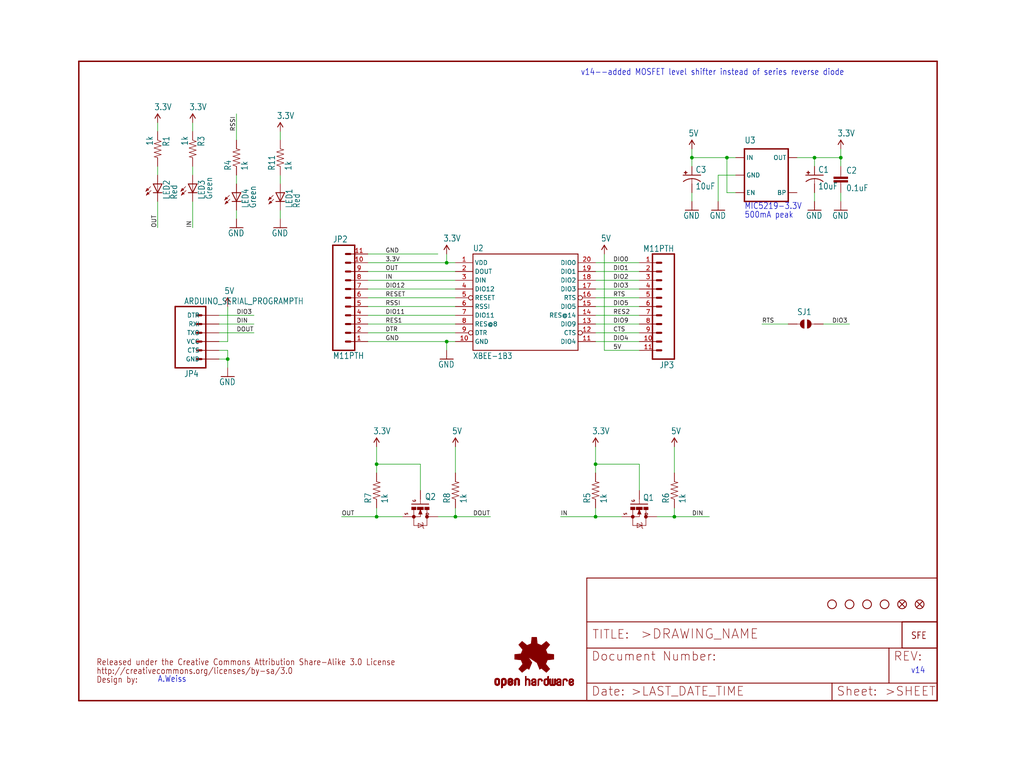
<source format=kicad_sch>
(kicad_sch (version 20211123) (generator eeschema)
  (paper "User" 297.002 223.926)
  (lib_symbols
    (symbol "schematicEagle-eagle-import:3.3V" (power)
      (property "Value" "3.3V" (at -1.016 3.556 0))
      (symbol "3.3V_1_0"
        (pin power_in line (at 0 0 90) (length 2.54) (name "3.3V") (number "1"))
      )
    )
    (symbol "schematicEagle-eagle-import:5V" (power)
      (property "Value" "5V" (at -1.016 3.556 0))
      (symbol "5V_1_0"
        (pin power_in line (at 0 0 90) (length 2.54) (name "5V") (number "1"))
      )
    )
    (symbol "schematicEagle-eagle-import:ARDUINO_SERIAL_PROGRAMPTH"
      (property "Reference" "JP" (at -5.08 10.922 0))
      (property "Value" "ARDUINO_SERIAL_PROGRAMPTH" (at -5.08 -10.16 0))
      (symbol "ARDUINO_SERIAL_PROGRAMPTH_1_0"
        (pin passive line (at 5.08 -5.08 180) (length 5.08) (name "DTR") (number "1"))
        (pin passive line (at 5.08 -2.54 180) (length 5.08) (name "RXI") (number "2"))
        (pin passive line (at 5.08 0 180) (length 5.08) (name "TXO") (number "3"))
        (pin passive line (at 5.08 2.54 180) (length 5.08) (name "VCC") (number "4"))
        (pin passive line (at 5.08 5.08 180) (length 5.08) (name "CTS") (number "5"))
        (pin passive line (at 5.08 7.62 180) (length 5.08) (name "GND") (number "6"))
      )
    )
    (symbol "schematicEagle-eagle-import:CAP0402-CAP"
      (property "Reference" "C" (at 1.524 2.921 0))
      (property "Value" "CAP0402-CAP" (at 1.524 -2.159 0))
      (symbol "CAP0402-CAP_1_0"
        (pin passive line (at 0 5.08 270) (length 2.54) (name "1") (number "1"))
        (pin passive line (at 0 -2.54 90) (length 2.54) (name "2") (number "2"))
      )
    )
    (symbol "schematicEagle-eagle-import:CAP_POL1206"
      (property "Reference" "C" (at 1.016 0.635 0))
      (property "Value" "CAP_POL1206" (at 1.016 -4.191 0))
      (symbol "CAP_POL1206_1_0"
        (pin passive line (at 0 2.54 270) (length 2.54) (name "+") (number "A"))
        (pin passive line (at 0 -5.08 90) (length 2.54) (name "-") (number "C"))
      )
    )
    (symbol "schematicEagle-eagle-import:CREATIVE_COMMONS"
      (symbol "CREATIVE_COMMONS_1_0"
        (text "Design by:" (at 0 0 0) (effects (font (size 1.778 1.5113)) (justify left bottom)))
        (text "http://creativecommons.org/licenses/by-sa/3.0" (at 0 2.54 0) (effects (font (size 1.778 1.5113)) (justify left bottom)))
        (text "Released under the Creative Commons Attribution Share-Alike 3.0 License" (at 0 5.08 0) (effects (font (size 1.778 1.5113)) (justify left bottom)))
      )
    )
    (symbol "schematicEagle-eagle-import:FIDUCIAL1X2")
    (symbol "schematicEagle-eagle-import:FRAME-LETTER"
      (symbol "FRAME-LETTER_2_0"
        (text ">DRAWING_NAME" (at 15.494 17.78 0) (effects (font (size 2.7432 2.7432)) (justify left bottom)))
        (text ">LAST_DATE_TIME" (at 12.7 1.27 0) (effects (font (size 2.54 2.54)) (justify left bottom)))
        (text ">SHEET" (at 86.36 1.27 0) (effects (font (size 2.54 2.54)) (justify left bottom)))
        (text "Date:" (at 1.27 1.27 0) (effects (font (size 2.54 2.54)) (justify left bottom)))
        (text "Document Number:" (at 1.27 11.43 0) (effects (font (size 2.54 2.54)) (justify left bottom)))
        (text "REV:" (at 88.9 11.43 0) (effects (font (size 2.54 2.54)) (justify left bottom)))
        (text "Sheet:" (at 72.39 1.27 0) (effects (font (size 2.54 2.54)) (justify left bottom)))
        (text "TITLE:" (at 1.524 17.78 0) (effects (font (size 2.54 2.54)) (justify left bottom)))
      )
    )
    (symbol "schematicEagle-eagle-import:GND" (power)
      (property "Value" "GND" (at -2.54 -2.54 0))
      (symbol "GND_1_0"
        (pin power_in line (at 0 2.54 270) (length 2.54) (name "GND") (number "1"))
      )
    )
    (symbol "schematicEagle-eagle-import:LED0603"
      (property "Reference" "LED" (at 3.556 -4.572 90))
      (property "Value" "LED0603" (at 5.715 -4.572 90))
      (symbol "LED0603_1_0"
        (pin passive line (at 0 2.54 270) (length 2.54) (name "A") (number "A"))
        (pin passive line (at 0 -5.08 90) (length 2.54) (name "C") (number "C"))
      )
    )
    (symbol "schematicEagle-eagle-import:LOGO-SFENEW"
      (symbol "LOGO-SFENEW_1_0"
        (text "SFE" (at 0 0 0) (effects (font (size 1.9304 1.6408)) (justify left bottom)))
      )
    )
    (symbol "schematicEagle-eagle-import:LOGO-SFESK"
      (symbol "LOGO-SFESK_1_0"
        (text "SFE" (at 0 0 0) (effects (font (size 1.9304 1.6408)) (justify left bottom)))
      )
    )
    (symbol "schematicEagle-eagle-import:M11PTH"
      (property "Reference" "JP" (at 0 16.002 0))
      (property "Value" "M11PTH" (at 0 -17.78 0))
      (symbol "M11PTH_1_0"
        (pin passive line (at 10.16 -12.7 180) (length 5.08) (name "1") (number "1"))
        (pin passive line (at 10.16 10.16 180) (length 5.08) (name "10") (number "10"))
        (pin passive line (at 10.16 12.7 180) (length 5.08) (name "11") (number "11"))
        (pin passive line (at 10.16 -10.16 180) (length 5.08) (name "2") (number "2"))
        (pin passive line (at 10.16 -7.62 180) (length 5.08) (name "3") (number "3"))
        (pin passive line (at 10.16 -5.08 180) (length 5.08) (name "4") (number "4"))
        (pin passive line (at 10.16 -2.54 180) (length 5.08) (name "5") (number "5"))
        (pin passive line (at 10.16 0 180) (length 5.08) (name "6") (number "6"))
        (pin passive line (at 10.16 2.54 180) (length 5.08) (name "7") (number "7"))
        (pin passive line (at 10.16 5.08 180) (length 5.08) (name "8") (number "8"))
        (pin passive line (at 10.16 7.62 180) (length 5.08) (name "9") (number "9"))
      )
    )
    (symbol "schematicEagle-eagle-import:MOSFET-NCHANNELSMD"
      (property "Reference" "Q" (at 5.08 2.54 0))
      (property "Value" "MOSFET-NCHANNELSMD" (at 5.08 0 0))
      (symbol "MOSFET-NCHANNELSMD_1_0"
        (text "D" (at -1.27 2.54 0) (effects (font (size 0.8128 0.6908)) (justify left bottom)))
        (text "G" (at -5.08 -1.27 0) (effects (font (size 0.8128 0.6908)) (justify left bottom)))
        (text "S" (at -1.27 -3.556 0) (effects (font (size 0.8128 0.6908)) (justify left bottom)))
        (pin passive line (at -7.62 0 0) (length 2.54) (name "G") (number "1"))
        (pin passive line (at 0 -5.08 90) (length 2.54) (name "S") (number "2"))
        (pin passive line (at 0 5.08 270) (length 2.54) (name "D") (number "3"))
      )
    )
    (symbol "schematicEagle-eagle-import:OSHW-LOGOS")
    (symbol "schematicEagle-eagle-import:RESISTOR0402-RES"
      (property "Reference" "R" (at -3.81 1.4986 0))
      (property "Value" "RESISTOR0402-RES" (at -3.81 -3.302 0))
      (symbol "RESISTOR0402-RES_1_0"
        (pin passive line (at -5.08 0 0) (length 2.54) (name "1") (number "1"))
        (pin passive line (at 5.08 0 180) (length 2.54) (name "2") (number "2"))
      )
    )
    (symbol "schematicEagle-eagle-import:SOLDERJUMPERNO"
      (property "Reference" "SJ" (at -2.54 2.54 0))
      (symbol "SOLDERJUMPERNO_1_0"
        (pin passive line (at -5.08 0 0) (length 2.54) (name "1") (number "1"))
        (pin passive line (at 5.08 0 180) (length 2.54) (name "2") (number "2"))
      )
    )
    (symbol "schematicEagle-eagle-import:STAND-OFF")
    (symbol "schematicEagle-eagle-import:V_REG_LDOSMD"
      (property "Value" "V_REG_LDOSMD" (at -7.62 -11.43 0))
      (symbol "V_REG_LDOSMD_1_0"
        (pin input line (at -10.16 5.08 0) (length 2.54) (name "IN") (number "1"))
        (pin input line (at -10.16 0 0) (length 2.54) (name "GND") (number "2"))
        (pin input line (at -10.16 -5.08 0) (length 2.54) (name "EN") (number "3"))
        (pin input line (at 7.62 -5.08 180) (length 2.54) (name "BP") (number "4"))
        (pin passive line (at 7.62 5.08 180) (length 2.54) (name "OUT") (number "5"))
      )
    )
    (symbol "schematicEagle-eagle-import:XBEE-1B3"
      (property "Value" "XBEE-1B3" (at -15.24 -17.78 0))
      (symbol "XBEE-1B3_1_0"
        (pin power_in line (at -20.32 10.16 0) (length 5.08) (name "VDD") (number "1"))
        (pin power_in line (at -20.32 -12.7 0) (length 5.08) (name "GND") (number "10"))
        (pin bidirectional line (at 20.32 -12.7 180) (length 5.08) (name "DIO4") (number "11"))
        (pin output inverted (at 20.32 -10.16 180) (length 5.08) (name "CTS") (number "12"))
        (pin bidirectional line (at 20.32 -7.62 180) (length 5.08) (name "DIO9") (number "13"))
        (pin bidirectional line (at 20.32 -5.08 180) (length 5.08) (name "RES@14") (number "14"))
        (pin bidirectional line (at 20.32 -2.54 180) (length 5.08) (name "DIO5") (number "15"))
        (pin input inverted (at 20.32 0 180) (length 5.08) (name "RTS") (number "16"))
        (pin bidirectional line (at 20.32 2.54 180) (length 5.08) (name "DIO3") (number "17"))
        (pin bidirectional line (at 20.32 5.08 180) (length 5.08) (name "DIO2") (number "18"))
        (pin bidirectional line (at 20.32 7.62 180) (length 5.08) (name "DIO1") (number "19"))
        (pin output line (at -20.32 7.62 0) (length 5.08) (name "DOUT") (number "2"))
        (pin bidirectional line (at 20.32 10.16 180) (length 5.08) (name "DIO0") (number "20"))
        (pin input line (at -20.32 5.08 0) (length 5.08) (name "DIN") (number "3"))
        (pin bidirectional line (at -20.32 2.54 0) (length 5.08) (name "DIO12") (number "4"))
        (pin input inverted (at -20.32 0 0) (length 5.08) (name "RESET") (number "5"))
        (pin bidirectional line (at -20.32 -2.54 0) (length 5.08) (name "RSSI") (number "6"))
        (pin bidirectional line (at -20.32 -5.08 0) (length 5.08) (name "DIO11") (number "7"))
        (pin bidirectional line (at -20.32 -7.62 0) (length 5.08) (name "RES@8") (number "8"))
        (pin bidirectional inverted (at -20.32 -10.16 0) (length 5.08) (name "DTR") (number "9"))
      )
    )
  )
  (junction (at 172.72 149.86))
  (junction (at 109.22 134.62))
  (junction (at 66.04 104.14))
  (junction (at 236.22 45.72))
  (junction (at 210.82 45.72))
  (junction (at 243.84 45.72))
  (junction (at 129.54 76.2))
  (junction (at 195.58 149.86))
  (junction (at 129.54 99.06))
  (junction (at 172.72 134.62))
  (junction (at 132.08 149.86))
  (junction (at 200.66 45.72))
  (junction (at 109.22 149.86))
  (wire (pts (xy 129.54 76.2) (xy 106.68 76.2)))
  (wire (pts (xy 185.42 83.82) (xy 172.72 83.82)))
  (wire (pts (xy 175.26 101.6) (xy 175.26 73.66)))
  (wire (pts (xy 185.42 99.06) (xy 172.72 99.06)))
  (wire (pts (xy 132.08 86.36) (xy 106.68 86.36)))
  (wire (pts (xy 132.08 76.2) (xy 129.54 76.2)))
  (wire (pts (xy 132.08 93.98) (xy 106.68 93.98)))
  (wire (pts (xy 236.22 48.26) (xy 236.22 45.72)))
  (wire (pts (xy 132.08 83.82) (xy 106.68 83.82)))
  (wire (pts (xy 243.84 48.26) (xy 243.84 45.72)))
  (wire (pts (xy 210.82 55.88) (xy 210.82 45.72)))
  (wire (pts (xy 185.42 134.62) (xy 185.42 142.24)))
  (wire (pts (xy 185.42 76.2) (xy 172.72 76.2)))
  (wire (pts (xy 109.22 129.54) (xy 109.22 134.62)))
  (wire (pts (xy 185.42 86.36) (xy 172.72 86.36)))
  (wire (pts (xy 210.82 45.72) (xy 200.66 45.72)))
  (wire (pts (xy 127 149.86) (xy 132.08 149.86)))
  (wire (pts (xy 185.42 93.98) (xy 172.72 93.98)))
  (wire (pts (xy 195.58 137.16) (xy 195.58 129.54)))
  (wire (pts (xy 63.5 99.06) (xy 66.04 99.06)))
  (wire (pts (xy 132.08 88.9) (xy 106.68 88.9)))
  (wire (pts (xy 236.22 45.72) (xy 243.84 45.72)))
  (wire (pts (xy 66.04 106.68) (xy 66.04 104.14)))
  (wire (pts (xy 213.36 45.72) (xy 210.82 45.72)))
  (wire (pts (xy 172.72 147.32) (xy 172.72 149.86)))
  (wire (pts (xy 81.28 38.1) (xy 81.28 40.64)))
  (wire (pts (xy 109.22 134.62) (xy 109.22 137.16)))
  (wire (pts (xy 68.58 50.8) (xy 68.58 53.34)))
  (wire (pts (xy 55.88 48.26) (xy 55.88 50.8)))
  (wire (pts (xy 129.54 99.06) (xy 106.68 99.06)))
  (wire (pts (xy 63.5 91.44) (xy 73.66 91.44)))
  (wire (pts (xy 228.6 93.98) (xy 220.98 93.98)))
  (wire (pts (xy 195.58 147.32) (xy 195.58 149.86)))
  (wire (pts (xy 68.58 40.64) (xy 68.58 33.02)))
  (wire (pts (xy 129.54 99.06) (xy 129.54 101.6)))
  (wire (pts (xy 63.5 101.6) (xy 66.04 101.6)))
  (wire (pts (xy 109.22 147.32) (xy 109.22 149.86)))
  (wire (pts (xy 185.42 88.9) (xy 172.72 88.9)))
  (wire (pts (xy 172.72 134.62) (xy 172.72 137.16)))
  (wire (pts (xy 185.42 96.52) (xy 172.72 96.52)))
  (wire (pts (xy 45.72 48.26) (xy 45.72 50.8)))
  (wire (pts (xy 172.72 129.54) (xy 172.72 134.62)))
  (wire (pts (xy 63.5 93.98) (xy 73.66 93.98)))
  (wire (pts (xy 200.66 45.72) (xy 200.66 43.18)))
  (wire (pts (xy 180.34 149.86) (xy 172.72 149.86)))
  (wire (pts (xy 55.88 58.42) (xy 55.88 66.04)))
  (wire (pts (xy 45.72 58.42) (xy 45.72 66.04)))
  (wire (pts (xy 132.08 137.16) (xy 132.08 129.54)))
  (wire (pts (xy 55.88 38.1) (xy 55.88 35.56)))
  (wire (pts (xy 213.36 55.88) (xy 210.82 55.88)))
  (wire (pts (xy 208.28 50.8) (xy 208.28 58.42)))
  (wire (pts (xy 213.36 50.8) (xy 208.28 50.8)))
  (wire (pts (xy 172.72 149.86) (xy 162.56 149.86)))
  (wire (pts (xy 63.5 96.52) (xy 73.66 96.52)))
  (wire (pts (xy 243.84 45.72) (xy 243.84 43.18)))
  (wire (pts (xy 132.08 91.44) (xy 106.68 91.44)))
  (wire (pts (xy 238.76 93.98) (xy 246.38 93.98)))
  (wire (pts (xy 106.68 81.28) (xy 132.08 81.28)))
  (wire (pts (xy 195.58 149.86) (xy 205.74 149.86)))
  (wire (pts (xy 68.58 60.96) (xy 68.58 63.5)))
  (wire (pts (xy 99.06 149.86) (xy 109.22 149.86)))
  (wire (pts (xy 132.08 147.32) (xy 132.08 149.86)))
  (wire (pts (xy 132.08 96.52) (xy 106.68 96.52)))
  (wire (pts (xy 109.22 149.86) (xy 116.84 149.86)))
  (wire (pts (xy 63.5 104.14) (xy 66.04 104.14)))
  (wire (pts (xy 66.04 101.6) (xy 66.04 104.14)))
  (wire (pts (xy 129.54 76.2) (xy 129.54 73.66)))
  (wire (pts (xy 121.92 134.62) (xy 121.92 142.24)))
  (wire (pts (xy 243.84 58.42) (xy 243.84 55.88)))
  (wire (pts (xy 200.66 48.26) (xy 200.66 45.72)))
  (wire (pts (xy 81.28 60.96) (xy 81.28 63.5)))
  (wire (pts (xy 66.04 99.06) (xy 66.04 88.9)))
  (wire (pts (xy 132.08 99.06) (xy 129.54 99.06)))
  (wire (pts (xy 45.72 38.1) (xy 45.72 35.56)))
  (wire (pts (xy 172.72 134.62) (xy 185.42 134.62)))
  (wire (pts (xy 106.68 73.66) (xy 127 73.66)))
  (wire (pts (xy 190.5 149.86) (xy 195.58 149.86)))
  (wire (pts (xy 132.08 149.86) (xy 142.24 149.86)))
  (wire (pts (xy 185.42 101.6) (xy 175.26 101.6)))
  (wire (pts (xy 81.28 53.34) (xy 81.28 50.8)))
  (wire (pts (xy 231.14 45.72) (xy 236.22 45.72)))
  (wire (pts (xy 185.42 81.28) (xy 172.72 81.28)))
  (wire (pts (xy 132.08 78.74) (xy 106.68 78.74)))
  (wire (pts (xy 200.66 58.42) (xy 200.66 55.88)))
  (wire (pts (xy 236.22 58.42) (xy 236.22 55.88)))
  (wire (pts (xy 185.42 78.74) (xy 172.72 78.74)))
  (wire (pts (xy 185.42 91.44) (xy 172.72 91.44)))
  (wire (pts (xy 109.22 134.62) (xy 121.92 134.62)))
  (text "MIC5219-3.3V" (at 215.9 60.96 180) (effects (font (size 1.778 1.5113)) (justify left bottom)))
  (text "v14--added MOSFET level shifter instead of series reverse diode" (at 168.402 22.098 0) (effects (font (size 1.778 1.5113)) (justify left bottom)))
  (text "A.Weiss" (at 45.72 198.12 180) (effects (font (size 1.778 1.5113)) (justify left bottom)))
  (text "v14" (at 264.16 195.58 180) (effects (font (size 1.778 1.5113)) (justify left bottom)))
  (text "500mA peak" (at 215.9 63.5 180) (effects (font (size 1.778 1.5113)) (justify left bottom)))
  (label "RESET" (at 111.76 86.36 0) (effects (font (size 1.2446 1.2446))))
  (label "GND" (at 111.76 73.66 0) (effects (font (size 1.2446 1.2446))))
  (label "DIO3" (at 68.58 91.44 0) (effects (font (size 1.2446 1.2446))))
  (label "DTR" (at 111.76 96.52 0) (effects (font (size 1.2446 1.2446))))
  (label "DIO11" (at 111.76 91.44 0) (effects (font (size 1.2446 1.2446))))
  (label "RSSI" (at 111.76 88.9 0) (effects (font (size 1.2446 1.2446))))
  (label "RES1" (at 111.76 93.98 0) (effects (font (size 1.2446 1.2446))))
  (label "RSSI" (at 68.58 38.1 90) (effects (font (size 1.2446 1.2446))))
  (label "RTS" (at 177.8 86.36 0) (effects (font (size 1.2446 1.2446))))
  (label "OUT" (at 45.72 66.04 90) (effects (font (size 1.2446 1.2446))))
  (label "DIO12" (at 111.76 83.82 0) (effects (font (size 1.2446 1.2446))))
  (label "IN" (at 111.76 81.28 0) (effects (font (size 1.2446 1.2446))))
  (label "IN" (at 162.56 149.86 0) (effects (font (size 1.2446 1.2446))))
  (label "IN" (at 55.88 66.04 90) (effects (font (size 1.2446 1.2446))))
  (label "DIO2" (at 177.8 81.28 0) (effects (font (size 1.2446 1.2446))))
  (label "RES2" (at 177.8 91.44 0) (effects (font (size 1.2446 1.2446))))
  (label "RTS" (at 220.98 93.98 0) (effects (font (size 1.2446 1.2446))))
  (label "DOUT" (at 137.16 149.86 0) (effects (font (size 1.2446 1.2446))))
  (label "DIO3" (at 241.3 93.98 0) (effects (font (size 1.2446 1.2446))))
  (label "OUT" (at 111.76 78.74 0) (effects (font (size 1.2446 1.2446))))
  (label "DIO1" (at 177.8 78.74 0) (effects (font (size 1.2446 1.2446))))
  (label "DIN" (at 68.58 93.98 0) (effects (font (size 1.2446 1.2446))))
  (label "DIO5" (at 177.8 88.9 0) (effects (font (size 1.2446 1.2446))))
  (label "5V" (at 177.8 101.6 0) (effects (font (size 1.2446 1.2446))))
  (label "DIO0" (at 177.8 76.2 0) (effects (font (size 1.2446 1.2446))))
  (label "3.3V" (at 111.76 76.2 0) (effects (font (size 1.2446 1.2446))))
  (label "DIO3" (at 177.8 83.82 0) (effects (font (size 1.2446 1.2446))))
  (label "DIO4" (at 177.8 99.06 0) (effects (font (size 1.2446 1.2446))))
  (label "DIN" (at 200.66 149.86 0) (effects (font (size 1.2446 1.2446))))
  (label "CTS" (at 177.8 96.52 0) (effects (font (size 1.2446 1.2446))))
  (label "GND" (at 111.76 99.06 0) (effects (font (size 1.2446 1.2446))))
  (label "DOUT" (at 68.58 96.52 0) (effects (font (size 1.2446 1.2446))))
  (label "OUT" (at 99.06 149.86 0) (effects (font (size 1.2446 1.2446))))
  (label "DIO9" (at 177.8 93.98 0) (effects (font (size 1.2446 1.2446))))
  (symbol (lib_id "schematicEagle-eagle-import:3.3V") (at 45.72 35.56 0) (unit 1)
    (property "Reference" "#P+4" (effects hide))
    (property "Value" "3.3V" (at 44.704 32.004 0) (effects (font (size 1.778 1.5113)) (justify left bottom)))
    (property "Footprint" "schematicEagle:" (effects hide))
  )
  (symbol (lib_id "schematicEagle-eagle-import:5V") (at 66.04 88.9 0) (unit 1)
    (property "Reference" "#U$14" (effects hide))
    (property "Value" "5V" (at 65.024 85.344 0) (effects (font (size 1.778 1.5113)) (justify left bottom)))
    (property "Footprint" "schematicEagle:" (effects hide))
  )
  (symbol (lib_id "schematicEagle-eagle-import:GND") (at 236.22 60.96 0) (unit 1)
    (property "Reference" "#GND3" (effects hide))
    (property "Value" "GND" (at 233.68 63.5 0) (effects (font (size 1.778 1.5113)) (justify left bottom)))
    (property "Footprint" "schematicEagle:" (effects hide))
  )
  (symbol (lib_id "schematicEagle-eagle-import:STAND-OFF") (at 246.38 175.26 0) (unit 1)
    (property "Reference" "U$10" (effects hide))
    (property "Value" "STAND-OFF" (effects hide))
    (property "Footprint" "schematicEagle:STAND-OFF" (effects hide))
  )
  (symbol (lib_id "schematicEagle-eagle-import:CAP_POL1206") (at 200.66 50.8 0) (unit 1)
    (property "Reference" "C3" (at 201.676 50.165 0) (effects (font (size 1.778 1.5113)) (justify left bottom)))
    (property "Value" "10uF" (at 201.676 54.991 0) (effects (font (size 1.778 1.5113)) (justify left bottom)))
    (property "Footprint" "schematicEagle:EIA3216" (effects hide))
  )
  (symbol (lib_id "schematicEagle-eagle-import:GND") (at 243.84 60.96 0) (unit 1)
    (property "Reference" "#GND5" (effects hide))
    (property "Value" "GND" (at 241.3 63.5 0) (effects (font (size 1.778 1.5113)) (justify left bottom)))
    (property "Footprint" "schematicEagle:" (effects hide))
  )
  (symbol (lib_id "schematicEagle-eagle-import:3.3V") (at 55.88 35.56 0) (unit 1)
    (property "Reference" "#P+3" (effects hide))
    (property "Value" "3.3V" (at 54.864 32.004 0) (effects (font (size 1.778 1.5113)) (justify left bottom)))
    (property "Footprint" "schematicEagle:" (effects hide))
  )
  (symbol (lib_id "schematicEagle-eagle-import:5V") (at 175.26 73.66 0) (unit 1)
    (property "Reference" "#U$13" (effects hide))
    (property "Value" "5V" (at 174.244 70.104 0) (effects (font (size 1.778 1.5113)) (justify left bottom)))
    (property "Footprint" "schematicEagle:" (effects hide))
  )
  (symbol (lib_id "schematicEagle-eagle-import:STAND-OFF") (at 256.54 175.26 0) (unit 1)
    (property "Reference" "U$5" (effects hide))
    (property "Value" "STAND-OFF" (effects hide))
    (property "Footprint" "schematicEagle:STAND-OFF" (effects hide))
  )
  (symbol (lib_id "schematicEagle-eagle-import:FRAME-LETTER") (at 170.18 203.2 0) (unit 2)
    (property "Reference" "#FRAME1" (effects hide))
    (property "Value" "FRAME-LETTER" (effects hide))
    (property "Footprint" "schematicEagle:" (effects hide))
  )
  (symbol (lib_id "schematicEagle-eagle-import:FRAME-LETTER") (at 22.86 203.2 0) (unit 1)
    (property "Reference" "#FRAME1" (effects hide))
    (property "Value" "FRAME-LETTER" (effects hide))
    (property "Footprint" "schematicEagle:" (effects hide))
  )
  (symbol (lib_id "schematicEagle-eagle-import:GND") (at 129.54 104.14 0) (unit 1)
    (property "Reference" "#GND2" (effects hide))
    (property "Value" "GND" (at 127 106.68 0) (effects (font (size 1.778 1.5113)) (justify left bottom)))
    (property "Footprint" "schematicEagle:" (effects hide))
  )
  (symbol (lib_id "schematicEagle-eagle-import:RESISTOR0402-RES") (at 132.08 142.24 90) (unit 1)
    (property "Reference" "R8" (at 130.5814 146.05 0) (effects (font (size 1.778 1.5113)) (justify left bottom)))
    (property "Value" "1k" (at 135.382 146.05 0) (effects (font (size 1.778 1.5113)) (justify left bottom)))
    (property "Footprint" "schematicEagle:0402-RES" (effects hide))
  )
  (symbol (lib_id "schematicEagle-eagle-import:RESISTOR0402-RES") (at 68.58 45.72 90) (unit 1)
    (property "Reference" "R4" (at 67.0814 49.53 0) (effects (font (size 1.778 1.5113)) (justify left bottom)))
    (property "Value" "1k" (at 71.882 49.53 0) (effects (font (size 1.778 1.5113)) (justify left bottom)))
    (property "Footprint" "schematicEagle:0402-RES" (effects hide))
  )
  (symbol (lib_id "schematicEagle-eagle-import:XBEE-1B3") (at 152.4 86.36 0) (unit 1)
    (property "Reference" "U2" (at 137.16 72.898 0) (effects (font (size 1.6764 1.4249)) (justify left bottom)))
    (property "Value" "XBEE-1B3" (at 137.16 104.14 0) (effects (font (size 1.6764 1.4249)) (justify left bottom)))
    (property "Footprint" "schematicEagle:XBEE-SMD" (effects hide))
  )
  (symbol (lib_id "schematicEagle-eagle-import:RESISTOR0402-RES") (at 55.88 43.18 270) (unit 1)
    (property "Reference" "R3" (at 57.3786 39.37 0) (effects (font (size 1.778 1.5113)) (justify left bottom)))
    (property "Value" "1k" (at 52.578 39.37 0) (effects (font (size 1.778 1.5113)) (justify left bottom)))
    (property "Footprint" "schematicEagle:0402-RES" (effects hide))
  )
  (symbol (lib_id "schematicEagle-eagle-import:GND") (at 81.28 66.04 0) (unit 1)
    (property "Reference" "#GND28" (effects hide))
    (property "Value" "GND" (at 78.74 68.58 0) (effects (font (size 1.778 1.5113)) (justify left bottom)))
    (property "Footprint" "schematicEagle:" (effects hide))
  )
  (symbol (lib_id "schematicEagle-eagle-import:CAP_POL1206") (at 236.22 50.8 0) (unit 1)
    (property "Reference" "C1" (at 237.236 50.165 0) (effects (font (size 1.778 1.5113)) (justify left bottom)))
    (property "Value" "10uF" (at 237.236 54.991 0) (effects (font (size 1.778 1.5113)) (justify left bottom)))
    (property "Footprint" "schematicEagle:EIA3216" (effects hide))
  )
  (symbol (lib_id "schematicEagle-eagle-import:5V") (at 195.58 129.54 0) (unit 1)
    (property "Reference" "#U$6" (effects hide))
    (property "Value" "5V" (at 194.564 125.984 0) (effects (font (size 1.778 1.5113)) (justify left bottom)))
    (property "Footprint" "schematicEagle:" (effects hide))
  )
  (symbol (lib_id "schematicEagle-eagle-import:3.3V") (at 109.22 129.54 0) (unit 1)
    (property "Reference" "#P+7" (effects hide))
    (property "Value" "3.3V" (at 108.204 125.984 0) (effects (font (size 1.778 1.5113)) (justify left bottom)))
    (property "Footprint" "schematicEagle:" (effects hide))
  )
  (symbol (lib_id "schematicEagle-eagle-import:GND") (at 200.66 60.96 0) (unit 1)
    (property "Reference" "#GND6" (effects hide))
    (property "Value" "GND" (at 198.12 63.5 0) (effects (font (size 1.778 1.5113)) (justify left bottom)))
    (property "Footprint" "schematicEagle:" (effects hide))
  )
  (symbol (lib_id "schematicEagle-eagle-import:RESISTOR0402-RES") (at 109.22 142.24 90) (unit 1)
    (property "Reference" "R7" (at 107.7214 146.05 0) (effects (font (size 1.778 1.5113)) (justify left bottom)))
    (property "Value" "1k" (at 112.522 146.05 0) (effects (font (size 1.778 1.5113)) (justify left bottom)))
    (property "Footprint" "schematicEagle:0402-RES" (effects hide))
  )
  (symbol (lib_id "schematicEagle-eagle-import:RESISTOR0402-RES") (at 195.58 142.24 90) (unit 1)
    (property "Reference" "R6" (at 194.0814 146.05 0) (effects (font (size 1.778 1.5113)) (justify left bottom)))
    (property "Value" "1k" (at 198.882 146.05 0) (effects (font (size 1.778 1.5113)) (justify left bottom)))
    (property "Footprint" "schematicEagle:0402-RES" (effects hide))
  )
  (symbol (lib_id "schematicEagle-eagle-import:3.3V") (at 243.84 43.18 0) (unit 1)
    (property "Reference" "#P+6" (effects hide))
    (property "Value" "3.3V" (at 242.824 39.624 0) (effects (font (size 1.778 1.5113)) (justify left bottom)))
    (property "Footprint" "schematicEagle:" (effects hide))
  )
  (symbol (lib_id "schematicEagle-eagle-import:LED0603") (at 55.88 53.34 0) (unit 1)
    (property "Reference" "LED3" (at 59.436 57.912 90) (effects (font (size 1.778 1.5113)) (justify left bottom)))
    (property "Value" "Green" (at 61.595 57.912 90) (effects (font (size 1.778 1.5113)) (justify left bottom)))
    (property "Footprint" "schematicEagle:LED-0603" (effects hide))
  )
  (symbol (lib_id "schematicEagle-eagle-import:RESISTOR0402-RES") (at 172.72 142.24 90) (unit 1)
    (property "Reference" "R5" (at 171.2214 146.05 0) (effects (font (size 1.778 1.5113)) (justify left bottom)))
    (property "Value" "1k" (at 176.022 146.05 0) (effects (font (size 1.778 1.5113)) (justify left bottom)))
    (property "Footprint" "schematicEagle:0402-RES" (effects hide))
  )
  (symbol (lib_id "schematicEagle-eagle-import:ARDUINO_SERIAL_PROGRAMPTH") (at 58.42 96.52 0) (mirror x) (unit 1)
    (property "Reference" "JP4" (at 53.34 107.442 0) (effects (font (size 1.778 1.5113)) (justify left bottom)))
    (property "Value" "ARDUINO_SERIAL_PROGRAMPTH" (at 53.34 86.36 0) (effects (font (size 1.778 1.5113)) (justify left bottom)))
    (property "Footprint" "schematicEagle:1X06" (effects hide))
  )
  (symbol (lib_id "schematicEagle-eagle-import:3.3V") (at 172.72 129.54 0) (unit 1)
    (property "Reference" "#P+5" (effects hide))
    (property "Value" "3.3V" (at 171.704 125.984 0) (effects (font (size 1.778 1.5113)) (justify left bottom)))
    (property "Footprint" "schematicEagle:" (effects hide))
  )
  (symbol (lib_id "schematicEagle-eagle-import:STAND-OFF") (at 241.3 175.26 0) (unit 1)
    (property "Reference" "U$11" (effects hide))
    (property "Value" "STAND-OFF" (effects hide))
    (property "Footprint" "schematicEagle:STAND-OFF" (effects hide))
  )
  (symbol (lib_id "schematicEagle-eagle-import:OSHW-LOGOS") (at 154.94 190.5 0) (unit 1)
    (property "Reference" "U$3" (effects hide))
    (property "Value" "OSHW-LOGOS" (effects hide))
    (property "Footprint" "schematicEagle:OSHW-LOGO-S" (effects hide))
  )
  (symbol (lib_id "schematicEagle-eagle-import:MOSFET-NCHANNELSMD") (at 185.42 149.86 270) (unit 1)
    (property "Reference" "Q1" (at 186.436 145.288 90) (effects (font (size 1.778 1.5113)) (justify left bottom)))
    (property "Value" "MOSFET-NCHANNELSMD" (effects hide))
    (property "Footprint" "schematicEagle:SOT23-3" (effects hide))
  )
  (symbol (lib_id "schematicEagle-eagle-import:M11PTH") (at 96.52 86.36 0) (unit 1)
    (property "Reference" "JP2" (at 96.52 70.358 0) (effects (font (size 1.778 1.5113)) (justify left bottom)))
    (property "Value" "M11PTH" (at 96.52 104.14 0) (effects (font (size 1.778 1.5113)) (justify left bottom)))
    (property "Footprint" "schematicEagle:1X11" (effects hide))
  )
  (symbol (lib_id "schematicEagle-eagle-import:LOGO-SFESK") (at 264.16 185.42 0) (unit 1)
    (property "Reference" "U$1" (effects hide))
    (property "Value" "LOGO-SFESK" (effects hide))
    (property "Footprint" "schematicEagle:SFE-LOGO-FLAME" (effects hide))
  )
  (symbol (lib_id "schematicEagle-eagle-import:CREATIVE_COMMONS") (at 27.94 198.12 0) (unit 1)
    (property "Reference" "U$8" (effects hide))
    (property "Value" "CREATIVE_COMMONS" (effects hide))
    (property "Footprint" "schematicEagle:CREATIVE_COMMONS" (effects hide))
  )
  (symbol (lib_id "schematicEagle-eagle-import:LED0603") (at 81.28 55.88 0) (unit 1)
    (property "Reference" "LED1" (at 84.836 60.452 90) (effects (font (size 1.778 1.5113)) (justify left bottom)))
    (property "Value" "Red" (at 86.995 60.452 90) (effects (font (size 1.778 1.5113)) (justify left bottom)))
    (property "Footprint" "schematicEagle:LED-0603" (effects hide))
  )
  (symbol (lib_id "schematicEagle-eagle-import:RESISTOR0402-RES") (at 45.72 43.18 270) (unit 1)
    (property "Reference" "R1" (at 47.2186 39.37 0) (effects (font (size 1.778 1.5113)) (justify left bottom)))
    (property "Value" "1k" (at 42.418 39.37 0) (effects (font (size 1.778 1.5113)) (justify left bottom)))
    (property "Footprint" "schematicEagle:0402-RES" (effects hide))
  )
  (symbol (lib_id "schematicEagle-eagle-import:LED0603") (at 45.72 53.34 0) (unit 1)
    (property "Reference" "LED2" (at 49.276 57.912 90) (effects (font (size 1.778 1.5113)) (justify left bottom)))
    (property "Value" "Red" (at 51.435 57.912 90) (effects (font (size 1.778 1.5113)) (justify left bottom)))
    (property "Footprint" "schematicEagle:LED-0603" (effects hide))
  )
  (symbol (lib_id "schematicEagle-eagle-import:CAP0402-CAP") (at 243.84 53.34 0) (unit 1)
    (property "Reference" "C2" (at 245.364 50.419 0) (effects (font (size 1.778 1.5113)) (justify left bottom)))
    (property "Value" "0.1uF" (at 245.364 55.499 0) (effects (font (size 1.778 1.5113)) (justify left bottom)))
    (property "Footprint" "schematicEagle:0402-CAP" (effects hide))
  )
  (symbol (lib_id "schematicEagle-eagle-import:GND") (at 68.58 66.04 0) (unit 1)
    (property "Reference" "#GND4" (effects hide))
    (property "Value" "GND" (at 66.04 68.58 0) (effects (font (size 1.778 1.5113)) (justify left bottom)))
    (property "Footprint" "schematicEagle:" (effects hide))
  )
  (symbol (lib_id "schematicEagle-eagle-import:LOGO-SFENEW") (at 264.16 185.42 0) (unit 1)
    (property "Reference" "U$4" (effects hide))
    (property "Value" "LOGO-SFENEW" (effects hide))
    (property "Footprint" "schematicEagle:SFE-NEW-WEBLOGO" (effects hide))
  )
  (symbol (lib_id "schematicEagle-eagle-import:GND") (at 208.28 60.96 0) (unit 1)
    (property "Reference" "#GND1" (effects hide))
    (property "Value" "GND" (at 205.74 63.5 0) (effects (font (size 1.778 1.5113)) (justify left bottom)))
    (property "Footprint" "schematicEagle:" (effects hide))
  )
  (symbol (lib_id "schematicEagle-eagle-import:STAND-OFF") (at 251.46 175.26 0) (unit 1)
    (property "Reference" "U$9" (effects hide))
    (property "Value" "STAND-OFF" (effects hide))
    (property "Footprint" "schematicEagle:STAND-OFF" (effects hide))
  )
  (symbol (lib_id "schematicEagle-eagle-import:FIDUCIAL1X2") (at 261.62 175.26 0) (unit 1)
    (property "Reference" "U$16" (effects hide))
    (property "Value" "FIDUCIAL1X2" (effects hide))
    (property "Footprint" "schematicEagle:FIDUCIAL-1X2" (effects hide))
  )
  (symbol (lib_id "schematicEagle-eagle-import:3.3V") (at 129.54 73.66 0) (unit 1)
    (property "Reference" "#P+1" (effects hide))
    (property "Value" "3.3V" (at 128.524 70.104 0) (effects (font (size 1.778 1.5113)) (justify left bottom)))
    (property "Footprint" "schematicEagle:" (effects hide))
  )
  (symbol (lib_id "schematicEagle-eagle-import:V_REG_LDOSMD") (at 223.52 50.8 0) (unit 1)
    (property "Reference" "U3" (at 215.9 41.656 0) (effects (font (size 1.778 1.5113)) (justify left bottom)))
    (property "Value" "V_REG_LDOSMD" (effects hide))
    (property "Footprint" "schematicEagle:SOT23-5" (effects hide))
  )
  (symbol (lib_id "schematicEagle-eagle-import:SOLDERJUMPERNO") (at 233.68 93.98 0) (unit 1)
    (property "Reference" "SJ1" (at 231.14 91.44 0) (effects (font (size 1.778 1.5113)) (justify left bottom)))
    (property "Value" "SOLDERJUMPERNO" (effects hide))
    (property "Footprint" "schematicEagle:SJ_2S-NO" (effects hide))
  )
  (symbol (lib_id "schematicEagle-eagle-import:FIDUCIAL1X2") (at 266.7 175.26 0) (unit 1)
    (property "Reference" "U$7" (effects hide))
    (property "Value" "FIDUCIAL1X2" (effects hide))
    (property "Footprint" "schematicEagle:FIDUCIAL-1X2" (effects hide))
  )
  (symbol (lib_id "schematicEagle-eagle-import:5V") (at 132.08 129.54 0) (unit 1)
    (property "Reference" "#U$2" (effects hide))
    (property "Value" "5V" (at 131.064 125.984 0) (effects (font (size 1.778 1.5113)) (justify left bottom)))
    (property "Footprint" "schematicEagle:" (effects hide))
  )
  (symbol (lib_id "schematicEagle-eagle-import:M11PTH") (at 195.58 88.9 180) (unit 1)
    (property "Reference" "JP3" (at 195.58 104.902 0) (effects (font (size 1.778 1.5113)) (justify left bottom)))
    (property "Value" "M11PTH" (at 195.58 71.12 0) (effects (font (size 1.778 1.5113)) (justify left bottom)))
    (property "Footprint" "schematicEagle:1X11" (effects hide))
  )
  (symbol (lib_id "schematicEagle-eagle-import:GND") (at 66.04 109.22 0) (unit 1)
    (property "Reference" "#GND7" (effects hide))
    (property "Value" "GND" (at 63.5 111.76 0) (effects (font (size 1.778 1.5113)) (justify left bottom)))
    (property "Footprint" "schematicEagle:" (effects hide))
  )
  (symbol (lib_id "schematicEagle-eagle-import:RESISTOR0402-RES") (at 81.28 45.72 90) (unit 1)
    (property "Reference" "R11" (at 79.7814 49.53 0) (effects (font (size 1.778 1.5113)) (justify left bottom)))
    (property "Value" "1k" (at 84.582 49.53 0) (effects (font (size 1.778 1.5113)) (justify left bottom)))
    (property "Footprint" "schematicEagle:0402-RES" (effects hide))
  )
  (symbol (lib_id "schematicEagle-eagle-import:LED0603") (at 68.58 55.88 0) (unit 1)
    (property "Reference" "LED4" (at 72.136 60.452 90) (effects (font (size 1.778 1.5113)) (justify left bottom)))
    (property "Value" "Green" (at 74.295 60.452 90) (effects (font (size 1.778 1.5113)) (justify left bottom)))
    (property "Footprint" "schematicEagle:LED-0603" (effects hide))
  )
  (symbol (lib_id "schematicEagle-eagle-import:3.3V") (at 81.28 38.1 0) (unit 1)
    (property "Reference" "#P+2" (effects hide))
    (property "Value" "3.3V" (at 80.264 34.544 0) (effects (font (size 1.778 1.5113)) (justify left bottom)))
    (property "Footprint" "schematicEagle:" (effects hide))
  )
  (symbol (lib_id "schematicEagle-eagle-import:5V") (at 200.66 43.18 0) (unit 1)
    (property "Reference" "#U$12" (effects hide))
    (property "Value" "5V" (at 199.644 39.624 0) (effects (font (size 1.778 1.5113)) (justify left bottom)))
    (property "Footprint" "schematicEagle:" (effects hide))
  )
  (symbol (lib_id "schematicEagle-eagle-import:MOSFET-NCHANNELSMD") (at 121.92 149.86 270) (unit 1)
    (property "Reference" "Q2" (at 123.19 145.034 90) (effects (font (size 1.778 1.5113)) (justify left bottom)))
    (property "Value" "MOSFET-NCHANNELSMD" (effects hide))
    (property "Footprint" "schematicEagle:SOT23-3" (effects hide))
  )
)
</source>
